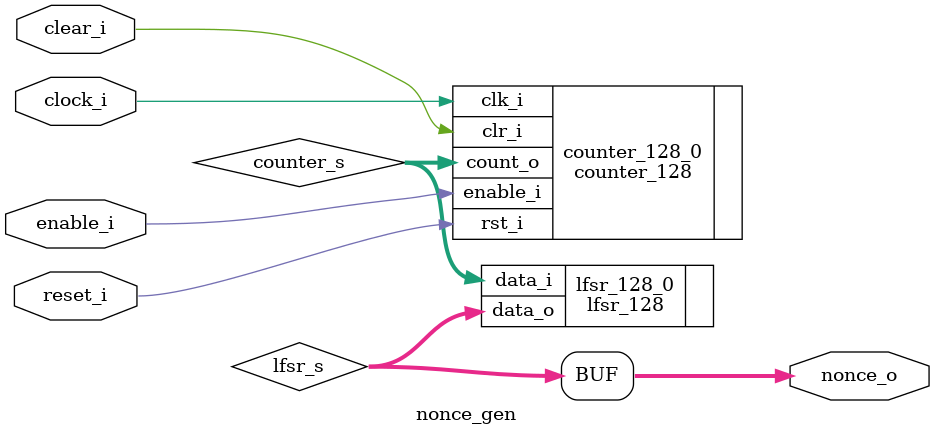
<source format=sv>
`timescale 1ns / 1ps

module nonce_gen (
    input  logic         clock_i,
    input  logic         reset_i,
    input  logic         clear_i,
    input  logic         enable_i,       // generate new nonce when high
    output logic [127:0] nonce_o         // scrambled nonce output
);

    logic [127:0] counter_s;
    logic [127:0] lfsr_s;

    // 128-bit counter
    counter_128 counter_128_0 (
        .clk_i    (clock_i),
        .rst_i    (reset_i),
        .clr_i    (clear_i),
        .enable_i (enable_i),
        .count_o  (counter_s)
    );

    // Combinational LFSR "whitening"
    lfsr_128 lfsr_128_0 (
        .data_i (counter_s),
        .data_o (lfsr_s)
    );

    assign nonce_o = lfsr_s;

endmodule

</source>
